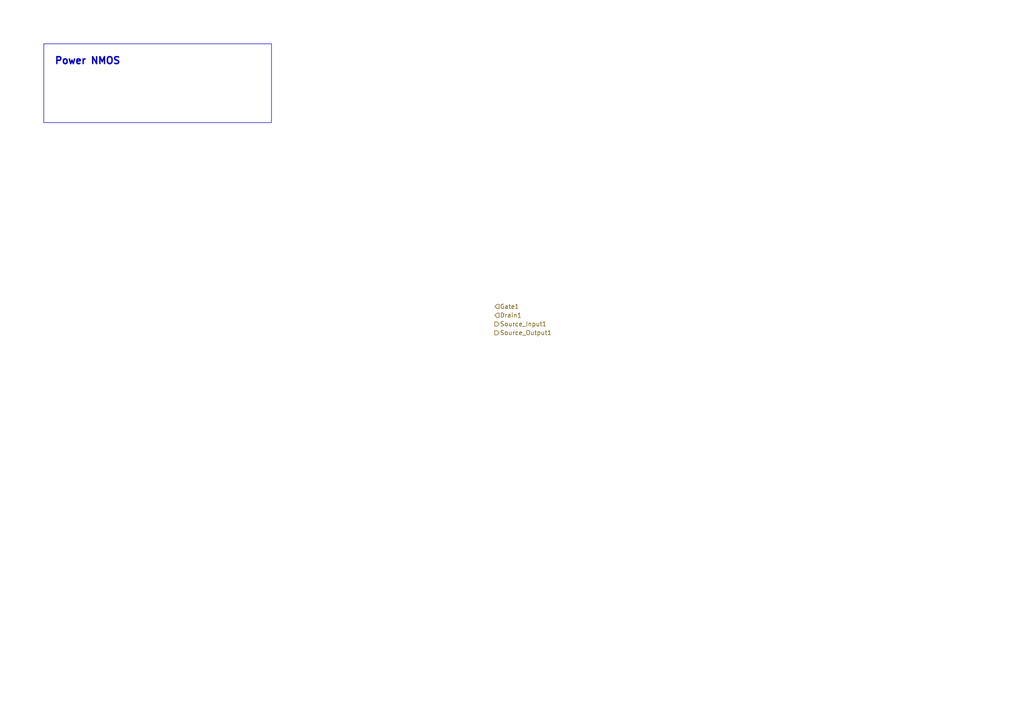
<source format=kicad_sch>
(kicad_sch
	(version 20231120)
	(generator "eeschema")
	(generator_version "8.0")
	(uuid "ea2234d0-fe37-43e7-95d0-4395141cc8a7")
	(paper "A4")
	(lib_symbols)
	(rectangle
		(start 12.7 12.7)
		(end 78.74 35.56)
		(stroke
			(width 0)
			(type default)
		)
		(fill
			(type none)
		)
		(uuid 70fcecb5-9ad8-4146-ae9b-52d5498e628a)
	)
	(text "Power NMOS\n"
		(exclude_from_sim no)
		(at 25.4 17.78 0)
		(effects
			(font
				(size 2 2)
				(thickness 0.4)
				(bold yes)
			)
		)
		(uuid "a8104ac2-bdd5-4343-b87a-17f2c59bb450")
	)
	(hierarchical_label "Drain1"
		(shape input)
		(at 143.51 91.44 0)
		(fields_autoplaced yes)
		(effects
			(font
				(size 1.27 1.27)
			)
			(justify left)
		)
		(uuid "26453209-a153-4a95-b25d-da4f5b829154")
	)
	(hierarchical_label "Source_Input1"
		(shape output)
		(at 143.51 93.98 0)
		(fields_autoplaced yes)
		(effects
			(font
				(size 1.27 1.27)
			)
			(justify left)
		)
		(uuid "3f48ae5a-ae27-4a80-8e3b-98797b2b3fe4")
	)
	(hierarchical_label "Source_Output1"
		(shape output)
		(at 143.51 96.52 0)
		(fields_autoplaced yes)
		(effects
			(font
				(size 1.27 1.27)
			)
			(justify left)
		)
		(uuid "a86ed335-7a65-4281-8edc-ee192966c0ee")
	)
	(hierarchical_label "Gate1"
		(shape input)
		(at 143.51 88.9 0)
		(fields_autoplaced yes)
		(effects
			(font
				(size 1.27 1.27)
			)
			(justify left)
		)
		(uuid "ea4103d1-11f5-41f2-826e-05287953081f")
	)
)
</source>
